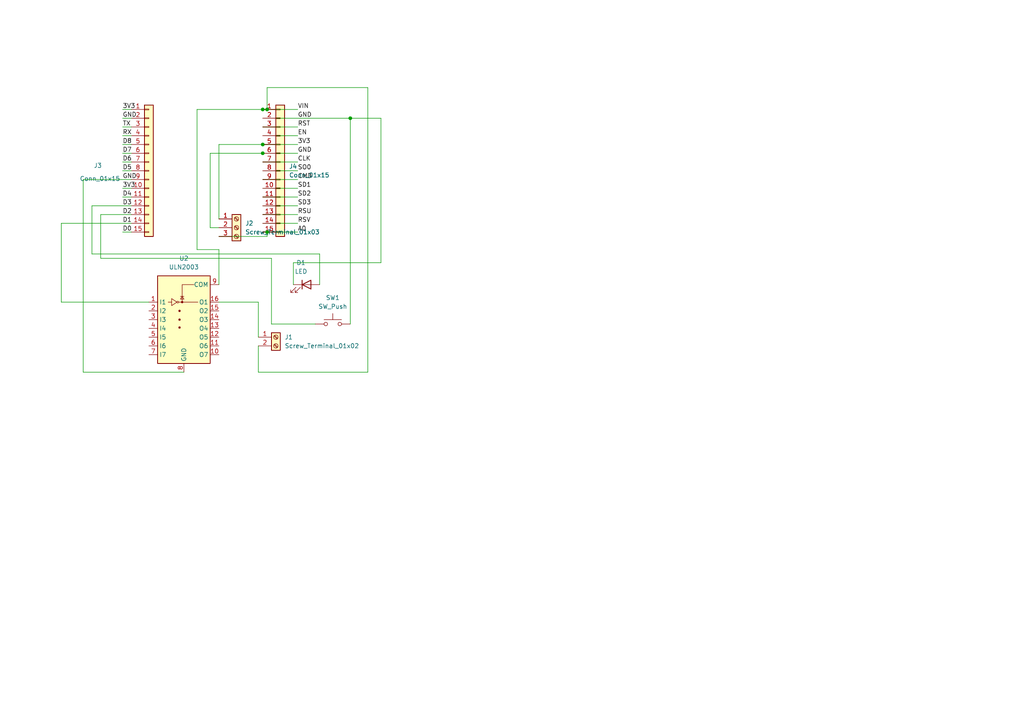
<source format=kicad_sch>
(kicad_sch (version 20250114) (generator "eeschema") (generator_version "9.0")
  (paper "A4")
  (lib_symbols
    (symbol "Connector:Screw_Terminal_01x02" (pin_names (offset 1.016) (hide yes))
      (property "Reference" "J" (at 0 2.54 0))
      (property "Value" "Screw_Terminal_01x02" (at 0 -5.08 0))
      (symbol "Screw_Terminal_01x02_1_1"
        (rectangle (start -1.27 1.27) (end 1.27 -3.81) (stroke (width 0.254)) (fill (type background)))
        (polyline (pts (xy -0.5334 0.3302) (xy 0.3302 -0.508)) (stroke (width 0.1524)))
        (polyline (pts (xy -0.5334 -2.2098) (xy 0.3302 -3.048)) (stroke (width 0.1524)))
        (polyline (pts (xy -0.3556 0.508) (xy 0.508 -0.3302)) (stroke (width 0.1524)))
        (polyline (pts (xy -0.3556 -2.032) (xy 0.508 -2.8702)) (stroke (width 0.1524)))
        (circle (center 0 0) (radius 0.635) (stroke (width 0.1524)))
        (circle (center 0 -2.54) (radius 0.635) (stroke (width 0.1524)))
        (pin passive line (at -5.08 0 0) (length 3.81) (name "Pin_1") (number "1"))
        (pin passive line (at -5.08 -2.54 0) (length 3.81) (name "Pin_2") (number "2"))
      )
    )
    (symbol "Connector:Screw_Terminal_01x03" (pin_names (offset 1.016) (hide yes))
      (property "Reference" "J" (at 0 5.08 0))
      (property "Value" "Screw_Terminal_01x03" (at 0 -5.08 0))
      (symbol "Screw_Terminal_01x03_1_1"
        (rectangle (start -1.27 3.81) (end 1.27 -3.81) (stroke (width 0.254)) (fill (type background)))
        (polyline (pts (xy -0.5334 2.8702) (xy 0.3302 2.032)) (stroke (width 0.1524)))
        (polyline (pts (xy -0.5334 0.3302) (xy 0.3302 -0.508)) (stroke (width 0.1524)))
        (polyline (pts (xy -0.5334 -2.2098) (xy 0.3302 -3.048)) (stroke (width 0.1524)))
        (polyline (pts (xy -0.3556 3.048) (xy 0.508 2.2098)) (stroke (width 0.1524)))
        (polyline (pts (xy -0.3556 0.508) (xy 0.508 -0.3302)) (stroke (width 0.1524)))
        (polyline (pts (xy -0.3556 -2.032) (xy 0.508 -2.8702)) (stroke (width 0.1524)))
        (circle (center 0 2.54) (radius 0.635) (stroke (width 0.1524)))
        (circle (center 0 0) (radius 0.635) (stroke (width 0.1524)))
        (circle (center 0 -2.54) (radius 0.635) (stroke (width 0.1524)))
        (pin passive line (at -5.08 2.54 0) (length 3.81) (name "Pin_1") (number "1"))
        (pin passive line (at -5.08 0 0) (length 3.81) (name "Pin_2") (number "2"))
        (pin passive line (at -5.08 -2.54 0) (length 3.81) (name "Pin_3") (number "3"))
      )
    )
    (symbol "Connector_Generic:Conn_01x15" (pin_names (offset 1.016) (hide yes))
      (property "Reference" "J" (at 0 20.32 0))
      (property "Value" "Conn_01x15" (at 0 -20.32 0))
      (symbol "Conn_01x15_1_1"
        (rectangle (start -1.27 19.05) (end 1.27 -19.05) (stroke (width 0.254)) (fill (type background)))
        (rectangle (start -1.27 17.907) (end 0 17.653) (stroke (width 0.1524)))
        (rectangle (start -1.27 15.367) (end 0 15.113) (stroke (width 0.1524)))
        (rectangle (start -1.27 12.827) (end 0 12.573) (stroke (width 0.1524)))
        (rectangle (start -1.27 10.287) (end 0 10.033) (stroke (width 0.1524)))
        (rectangle (start -1.27 7.747) (end 0 7.493) (stroke (width 0.1524)))
        (rectangle (start -1.27 5.207) (end 0 4.953) (stroke (width 0.1524)))
        (rectangle (start -1.27 2.667) (end 0 2.413) (stroke (width 0.1524)))
        (rectangle (start -1.27 0.127) (end 0 -0.127) (stroke (width 0.1524)))
        (rectangle (start -1.27 -2.413) (end 0 -2.667) (stroke (width 0.1524)))
        (rectangle (start -1.27 -4.953) (end 0 -5.207) (stroke (width 0.1524)))
        (rectangle (start -1.27 -7.493) (end 0 -7.747) (stroke (width 0.1524)))
        (rectangle (start -1.27 -10.033) (end 0 -10.287) (stroke (width 0.1524)))
        (rectangle (start -1.27 -12.573) (end 0 -12.827) (stroke (width 0.1524)))
        (rectangle (start -1.27 -15.113) (end 0 -15.367) (stroke (width 0.1524)))
        (rectangle (start -1.27 -17.653) (end 0 -17.907) (stroke (width 0.1524)))
        (pin passive line (at -5.08 17.78 0) (length 3.81) (name "Pin_1") (number "1"))
        (pin passive line (at -5.08 15.24 0) (length 3.81) (name "Pin_2") (number "2"))
        (pin passive line (at -5.08 12.7 0) (length 3.81) (name "Pin_3") (number "3"))
        (pin passive line (at -5.08 10.16 0) (length 3.81) (name "Pin_4") (number "4"))
        (pin passive line (at -5.08 7.62 0) (length 3.81) (name "Pin_5") (number "5"))
        (pin passive line (at -5.08 5.08 0) (length 3.81) (name "Pin_6") (number "6"))
        (pin passive line (at -5.08 2.54 0) (length 3.81) (name "Pin_7") (number "7"))
        (pin passive line (at -5.08 0 0) (length 3.81) (name "Pin_8") (number "8"))
        (pin passive line (at -5.08 -2.54 0) (length 3.81) (name "Pin_9") (number "9"))
        (pin passive line (at -5.08 -5.08 0) (length 3.81) (name "Pin_10") (number "10"))
        (pin passive line (at -5.08 -7.62 0) (length 3.81) (name "Pin_11") (number "11"))
        (pin passive line (at -5.08 -10.16 0) (length 3.81) (name "Pin_12") (number "12"))
        (pin passive line (at -5.08 -12.7 0) (length 3.81) (name "Pin_13") (number "13"))
        (pin passive line (at -5.08 -15.24 0) (length 3.81) (name "Pin_14") (number "14"))
        (pin passive line (at -5.08 -17.78 0) (length 3.81) (name "Pin_15") (number "15"))
      )
    )
    (symbol "Device:LED" (pin_numbers (hide yes)) (pin_names (offset 1.016) (hide yes))
      (property "Reference" "D" (at 0 2.54 0))
      (property "Value" "LED" (at 0 -2.54 0))
      (symbol "LED_0_1"
        (polyline (pts (xy -3.048 -0.762) (xy -4.572 -2.286) (xy -3.81 -2.286) (xy -4.572 -2.286) (xy -4.572 -1.524)))
        (polyline (pts (xy -1.778 -0.762) (xy -3.302 -2.286) (xy -2.54 -2.286) (xy -3.302 -2.286) (xy -3.302 -1.524)))
        (polyline (pts (xy -1.27 0) (xy 1.27 0)))
        (polyline (pts (xy -1.27 -1.27) (xy -1.27 1.27)) (stroke (width 0.254)))
        (polyline (pts (xy 1.27 -1.27) (xy 1.27 1.27) (xy -1.27 0) (xy 1.27 -1.27)) (stroke (width 0.254)))
      )
      (symbol "LED_1_1"
        (pin passive line (at -3.81 0 0) (length 2.54) (name "K") (number "1"))
        (pin passive line (at 3.81 0 180) (length 2.54) (name "A") (number "2"))
      )
    )
    (symbol "Switch:SW_Push" (pin_numbers (hide yes)) (pin_names (offset 1.016) (hide yes))
      (property "Reference" "SW" (at 1.27 2.54 0))
      (property "Value" "SW_Push" (at 0 -1.524 0))
      (symbol "SW_Push_0_1"
        (circle (center -2.032 0) (radius 0.508))
        (polyline (pts (xy 0 1.27) (xy 0 3.048)))
        (circle (center 2.032 0) (radius 0.508))
        (polyline (pts (xy 2.54 1.27) (xy -2.54 1.27)))
        (pin passive line (at -5.08 0 0) (length 2.54) (name "1") (number "1"))
        (pin passive line (at 5.08 0 180) (length 2.54) (name "2") (number "2"))
      )
    )
    (symbol "Transistor_Array:ULN2003"
      (property "Reference" "U" (at 0 15.875 0))
      (property "Value" "ULN2003" (at 0 13.97 0))
      (symbol "ULN2003_0_1"
        (rectangle (start -7.62 -12.7) (end 7.62 12.7) (stroke (width 0.254)) (fill (type background)))
        (polyline (pts (xy -4.572 5.08) (xy -3.556 5.08)))
        (polyline (pts (xy -3.556 6.096) (xy -3.556 4.064) (xy -2.032 5.08) (xy -3.556 6.096)))
        (circle (center -1.778 5.08) (radius 0.254))
        (polyline (pts (xy -1.524 5.08) (xy 4.064 5.08)))
        (circle (center -1.27 2.54) (radius 0.254) (fill (type outline)))
        (circle (center -1.27 0) (radius 0.254) (fill (type outline)))
        (circle (center -1.27 -2.286) (radius 0.254) (fill (type outline)))
        (circle (center -0.508 5.08) (radius 0.254) (fill (type outline)))
        (polyline (pts (xy -0.508 5.08) (xy -0.508 10.16) (xy 2.921 10.16)))
        (polyline (pts (xy 0 6.731) (xy -1.016 6.731)))
        (polyline (pts (xy 0 5.969) (xy -1.016 5.969) (xy -0.508 6.731) (xy 0 5.969)))
      )
      (symbol "ULN2003_1_1"
        (pin input line (at -10.16 5.08 0) (length 2.54) (name "I1") (number "1"))
        (pin input line (at -10.16 2.54 0) (length 2.54) (name "I2") (number "2"))
        (pin input line (at -10.16 0 0) (length 2.54) (name "I3") (number "3"))
        (pin input line (at -10.16 -2.54 0) (length 2.54) (name "I4") (number "4"))
        (pin input line (at -10.16 -5.08 0) (length 2.54) (name "I5") (number "5"))
        (pin input line (at -10.16 -7.62 0) (length 2.54) (name "I6") (number "6"))
        (pin input line (at -10.16 -10.16 0) (length 2.54) (name "I7") (number "7"))
        (pin power_in line (at 0 -15.24 90) (length 2.54) (name "GND") (number "8"))
        (pin passive line (at 10.16 10.16 180) (length 2.54) (name "COM") (number "9"))
        (pin open_collector line (at 10.16 5.08 180) (length 2.54) (name "O1") (number "16"))
        (pin open_collector line (at 10.16 2.54 180) (length 2.54) (name "O2") (number "15"))
        (pin open_collector line (at 10.16 0 180) (length 2.54) (name "O3") (number "14"))
        (pin open_collector line (at 10.16 -2.54 180) (length 2.54) (name "O4") (number "13"))
        (pin open_collector line (at 10.16 -5.08 180) (length 2.54) (name "O5") (number "12"))
        (pin open_collector line (at 10.16 -7.62 180) (length 2.54) (name "O6") (number "11"))
        (pin open_collector line (at 10.16 -10.16 180) (length 2.54) (name "O7") (number "10"))
      )
    )
  )
  (junction (at 76.2 41.91))
  (junction (at 77.47 31.75))
  (junction (at 101.6 34.29))
  (junction (at 76.2 31.75))
  (junction (at 76.2 44.45))
  (junction (at 77.47 67.31))
  (wire (pts (xy 53.34 107.95) (xy 24.13 107.95)))
  (wire (pts (xy 85.09 76.2) (xy 85.09 82.55)))
  (wire (pts (xy 76.2 39.37) (xy 86.36 39.37)))
  (wire (pts (xy 63.5 82.55) (xy 63.5 72.39)))
  (wire (pts (xy 76.2 41.91) (xy 86.36 41.91)))
  (wire (pts (xy 38.1 44.45) (xy 35.56 44.45)))
  (wire (pts (xy 24.13 107.95) (xy 24.13 52.07)))
  (wire (pts (xy 76.2 52.07) (xy 86.36 52.07)))
  (wire (pts (xy 63.5 72.39) (xy 57.15 72.39)))
  (wire (pts (xy 106.68 25.4) (xy 77.47 25.4)))
  (wire (pts (xy 29.21 74.93) (xy 78.74 74.93)))
  (wire (pts (xy 26.67 73.66) (xy 92.71 73.66)))
  (wire (pts (xy 60.96 66.04) (xy 60.96 44.45)))
  (wire (pts (xy 17.78 87.63) (xy 43.18 87.63)))
  (wire (pts (xy 106.68 107.95) (xy 106.68 25.4)))
  (wire (pts (xy 63.5 87.63) (xy 74.93 87.63)))
  (wire (pts (xy 76.2 31.75) (xy 77.47 31.75)))
  (wire (pts (xy 38.1 36.83) (xy 35.56 36.83)))
  (wire (pts (xy 76.2 62.23) (xy 86.36 62.23)))
  (wire (pts (xy 63.5 68.58) (xy 77.47 68.58)))
  (wire (pts (xy 110.49 76.2) (xy 85.09 76.2)))
  (wire (pts (xy 101.6 34.29) (xy 101.6 93.98)))
  (wire (pts (xy 17.78 64.77) (xy 17.78 87.63)))
  (wire (pts (xy 63.5 63.5) (xy 63.5 41.91)))
  (wire (pts (xy 78.74 74.93) (xy 78.74 93.98)))
  (wire (pts (xy 76.2 34.29) (xy 101.6 34.29)))
  (wire (pts (xy 92.71 73.66) (xy 92.71 82.55)))
  (wire (pts (xy 38.1 46.99) (xy 35.56 46.99)))
  (wire (pts (xy 63.5 66.04) (xy 60.96 66.04)))
  (wire (pts (xy 76.2 49.53) (xy 86.36 49.53)))
  (wire (pts (xy 76.2 57.15) (xy 86.36 57.15)))
  (wire (pts (xy 110.49 34.29) (xy 110.49 76.2)))
  (wire (pts (xy 77.47 31.75) (xy 86.36 31.75)))
  (wire (pts (xy 77.47 25.4) (xy 77.47 31.75)))
  (wire (pts (xy 26.67 59.69) (xy 26.67 73.66)))
  (wire (pts (xy 76.2 36.83) (xy 86.36 36.83)))
  (wire (pts (xy 76.2 44.45) (xy 86.36 44.45)))
  (wire (pts (xy 76.2 59.69) (xy 86.36 59.69)))
  (wire (pts (xy 74.93 100.33) (xy 74.93 107.95)))
  (wire (pts (xy 17.78 64.77) (xy 38.1 64.77)))
  (wire (pts (xy 24.13 52.07) (xy 38.1 52.07)))
  (wire (pts (xy 38.1 54.61) (xy 35.56 54.61)))
  (wire (pts (xy 57.15 72.39) (xy 57.15 31.75)))
  (wire (pts (xy 63.5 41.91) (xy 76.2 41.91)))
  (wire (pts (xy 38.1 34.29) (xy 35.56 34.29)))
  (wire (pts (xy 26.67 59.69) (xy 38.1 59.69)))
  (wire (pts (xy 38.1 49.53) (xy 35.56 49.53)))
  (wire (pts (xy 29.21 62.23) (xy 38.1 62.23)))
  (wire (pts (xy 38.1 31.75) (xy 35.56 31.75)))
  (wire (pts (xy 74.93 107.95) (xy 106.68 107.95)))
  (wire (pts (xy 78.74 93.98) (xy 91.44 93.98)))
  (wire (pts (xy 77.47 67.31) (xy 86.36 67.31)))
  (wire (pts (xy 101.6 34.29) (xy 110.49 34.29)))
  (wire (pts (xy 60.96 44.45) (xy 76.2 44.45)))
  (wire (pts (xy 76.2 64.77) (xy 86.36 64.77)))
  (wire (pts (xy 57.15 31.75) (xy 76.2 31.75)))
  (wire (pts (xy 77.47 68.58) (xy 77.47 67.31)))
  (wire (pts (xy 74.93 87.63) (xy 74.93 97.79)))
  (wire (pts (xy 29.21 62.23) (xy 29.21 74.93)))
  (wire (pts (xy 38.1 39.37) (xy 35.56 39.37)))
  (wire (pts (xy 76.2 46.99) (xy 86.36 46.99)))
  (wire (pts (xy 38.1 41.91) (xy 35.56 41.91)))
  (wire (pts (xy 38.1 67.31) (xy 35.56 67.31)))
  (wire (pts (xy 76.2 54.61) (xy 86.36 54.61)))
  (wire (pts (xy 76.2 67.31) (xy 77.47 67.31)))
  (wire (pts (xy 38.1 57.15) (xy 35.56 57.15)))
  (label "3V3" (at 35.56 54.61 0))
  (label "TX" (at 35.56 36.83 0))
  (label "EN" (at 86.36 39.37 0))
  (label "D6" (at 35.56 46.99 0))
  (label "D1" (at 35.56 64.77 0))
  (label "GND" (at 35.56 52.07 0))
  (label "SD1" (at 86.36 54.61 0))
  (label "SD2" (at 86.36 57.15 0))
  (label "D3" (at 35.56 59.69 0))
  (label "SO0" (at 86.36 49.53 0))
  (label "RSV" (at 86.36 64.77 0))
  (label "D2" (at 35.56 62.23 0))
  (label "GND" (at 86.36 34.29 0))
  (label "SD3" (at 86.36 59.69 0))
  (label "3V3" (at 86.36 41.91 0))
  (label "VIN" (at 86.36 31.75 0))
  (label "CLK" (at 86.36 46.99 0))
  (label "RX" (at 35.56 39.37 0))
  (label "D0" (at 35.56 67.31 0))
  (label "CMD" (at 86.36 52.07 0))
  (label "GND" (at 86.36 44.45 0))
  (label "RSU" (at 86.36 62.23 0))
  (label "D8" (at 35.56 41.91 0))
  (label "3V3" (at 35.56 31.75 0))
  (label "D7" (at 35.56 44.45 0))
  (label "D5" (at 35.56 49.53 0))
  (label "RST" (at 86.36 36.83 0))
  (label "D4" (at 35.56 57.15 0))
  (label "A0" (at 86.36 67.31 0))
  (label "GND" (at 35.56 34.29 0))
  (symbol (lib_id "Connector:Screw_Terminal_01x02") (at 80.01 97.79 0) (unit 1)
    (property "Reference" "J1" (at 82.55 97.7899 0) (effects (justify left)))
    (property "Value" "Screw_Terminal_01x02" (at 82.55 100.3299 0) (effects (justify left)))
    (property "Footprint" "Connector_PinHeader_2.54mm:PinHeader_1x02_P2.54mm_Vertical" (effects (hide yes)))
    (property "Description" "Generic screw terminal, single row, 01x02, script generated (kicad-library-utils/schlib/autogen/connector/)" (effects (hide yes)))
  )
  (symbol (lib_id "Device:LED") (at 88.9 82.55 0) (unit 1)
    (property "Reference" "D1" (at 87.3125 76.2 0))
    (property "Value" "LED" (at 87.3125 78.74 0))
    (property "Footprint" "LED_THT:LED_D5.0mm" (effects (hide yes)))
    (property "Description" "Light emitting diode" (effects (hide yes)))
    (property "Sim.Pins" "1=K 2=A" (effects (hide yes)))
  )
  (symbol (lib_id "Connector_Generic:Conn_01x15") (at 81.28 49.53 0) (unit 1)
    (property "Reference" "J4" (at 83.82 48.2599 0) (effects (justify left)))
    (property "Value" "Conn_01x15" (at 83.82 50.7999 0) (effects (justify left)))
    (property "Footprint" "Connector_PinHeader_2.54mm:PinHeader_1x15_P2.54mm_Vertical" (effects (hide yes)))
    (property "Description" "Generic connector, single row, 01x15, script generated (kicad-library-utils/schlib/autogen/connector/)" (effects (hide yes)))
  )
  (symbol (lib_id "Connector:Screw_Terminal_01x03") (at 68.58 66.04 0) (unit 1)
    (property "Reference" "J2" (at 71.12 64.7699 0) (effects (justify left)))
    (property "Value" "Screw_Terminal_01x03" (at 71.12 67.3099 0) (effects (justify left)))
    (property "Footprint" "Connector_PinHeader_2.54mm:PinHeader_1x03_P2.54mm_Vertical" (effects (hide yes)))
    (property "Description" "Generic screw terminal, single row, 01x03, script generated (kicad-library-utils/schlib/autogen/connector/)" (effects (hide yes)))
  )
  (symbol (lib_id "Transistor_Array:ULN2003") (at 53.34 92.71 0) (unit 1)
    (property "Reference" "U2" (at 53.34 74.93 0))
    (property "Value" "ULN2003" (at 53.34 77.47 0))
    (property "Footprint" "Package_DIP:DIP-16_W7.62mm" (effects (hide yes)))
    (property "Datasheet" "http://www.ti.com/lit/ds/symlink/uln2003a.pdf" (effects (hide yes)))
    (property "Description" "High Voltage, High Current Darlington Transistor Arrays, SOIC16/SOIC16W/DIP16/TSSOP16" (effects (hide yes)))
  )
  (symbol (lib_id "Connector_Generic:Conn_01x15") (at 43.18 49.53 0) (unit 1)
    (property "Reference" "J3" (at 27.178 48.006 0) (effects (justify left)))
    (property "Value" "Conn_01x15" (at 23.114 51.816 0) (effects (justify left)))
    (property "Footprint" "Connector_PinHeader_2.54mm:PinHeader_1x15_P2.54mm_Vertical" (effects (hide yes)))
    (property "Description" "Generic connector, single row, 01x15, script generated (kicad-library-utils/schlib/autogen/connector/)" (effects (hide yes)))
  )
  (symbol (lib_id "Switch:SW_Push") (at 96.52 93.98 0) (unit 1)
    (property "Reference" "SW1" (at 96.52 86.36 0))
    (property "Value" "SW_Push" (at 96.52 88.9 0))
    (property "Footprint" "Button_Switch_THT:SW_PUSH-12mm" (effects (hide yes)))
    (property "Description" "Push button switch, generic, two pins" (effects (hide yes)))
  )
)
</source>
